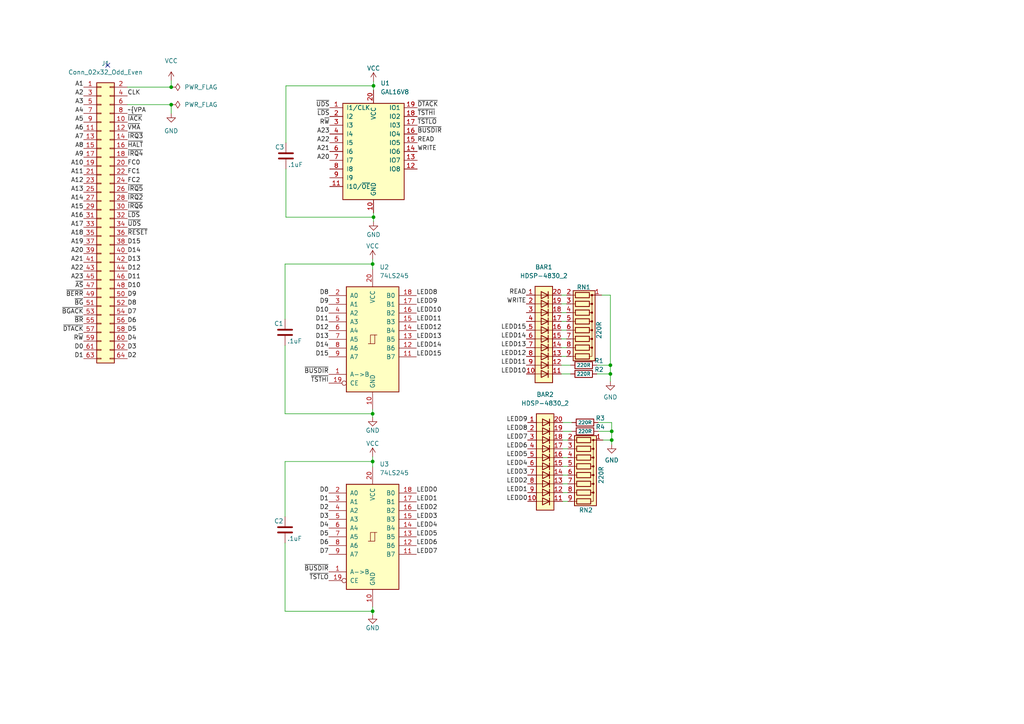
<source format=kicad_sch>
(kicad_sch (version 20211123) (generator eeschema)
  (paper "A4")
  (lib_symbols
    (symbol "74xx:74LS245" (pin_names (offset 1.016))
      (property "Reference" "U" (at -7.62 16.51 0))
      (property "Value" "74LS245" (at -7.62 -16.51 0))
      (symbol "74LS245_1_0"
        (polyline (pts (xy -0.635 -1.27) (xy -0.635 1.27) (xy 0.635 1.27)))
        (polyline (pts (xy -1.27 -1.27) (xy 0.635 -1.27) (xy 0.635 1.27) (xy 1.27 1.27)))
        (pin input line (at -12.7 -10.16 0) (length 5.08) (name "A->B") (number "1"))
        (pin power_in line (at 0 -20.32 90) (length 5.08) (name "GND") (number "10"))
        (pin tri_state line (at 12.7 -5.08 180) (length 5.08) (name "B7") (number "11"))
        (pin tri_state line (at 12.7 -2.54 180) (length 5.08) (name "B6") (number "12"))
        (pin tri_state line (at 12.7 0 180) (length 5.08) (name "B5") (number "13"))
        (pin tri_state line (at 12.7 2.54 180) (length 5.08) (name "B4") (number "14"))
        (pin tri_state line (at 12.7 5.08 180) (length 5.08) (name "B3") (number "15"))
        (pin tri_state line (at 12.7 7.62 180) (length 5.08) (name "B2") (number "16"))
        (pin tri_state line (at 12.7 10.16 180) (length 5.08) (name "B1") (number "17"))
        (pin tri_state line (at 12.7 12.7 180) (length 5.08) (name "B0") (number "18"))
        (pin input inverted (at -12.7 -12.7 0) (length 5.08) (name "CE") (number "19"))
        (pin tri_state line (at -12.7 12.7 0) (length 5.08) (name "A0") (number "2"))
        (pin power_in line (at 0 20.32 270) (length 5.08) (name "VCC") (number "20"))
        (pin tri_state line (at -12.7 10.16 0) (length 5.08) (name "A1") (number "3"))
        (pin tri_state line (at -12.7 7.62 0) (length 5.08) (name "A2") (number "4"))
        (pin tri_state line (at -12.7 5.08 0) (length 5.08) (name "A3") (number "5"))
        (pin tri_state line (at -12.7 2.54 0) (length 5.08) (name "A4") (number "6"))
        (pin tri_state line (at -12.7 0 0) (length 5.08) (name "A5") (number "7"))
        (pin tri_state line (at -12.7 -2.54 0) (length 5.08) (name "A6") (number "8"))
        (pin tri_state line (at -12.7 -5.08 0) (length 5.08) (name "A7") (number "9"))
      )
      (symbol "74LS245_1_1"
        (rectangle (start -7.62 15.24) (end 7.62 -15.24) (stroke (width 0.254)) (fill (type background)))
      )
    )
    (symbol "Connector_Generic:Conn_02x32_Odd_Even" (pin_names (offset 1.016) hide)
      (property "Reference" "J" (at 1.27 40.64 0))
      (property "Value" "Conn_02x32_Odd_Even" (at 1.27 -43.18 0))
      (symbol "Conn_02x32_Odd_Even_1_1"
        (rectangle (start -1.27 -40.513) (end 0 -40.767) (stroke (width 0.1524)))
        (rectangle (start -1.27 -37.973) (end 0 -38.227) (stroke (width 0.1524)))
        (rectangle (start -1.27 -35.433) (end 0 -35.687) (stroke (width 0.1524)))
        (rectangle (start -1.27 -32.893) (end 0 -33.147) (stroke (width 0.1524)))
        (rectangle (start -1.27 -30.353) (end 0 -30.607) (stroke (width 0.1524)))
        (rectangle (start -1.27 -27.813) (end 0 -28.067) (stroke (width 0.1524)))
        (rectangle (start -1.27 -25.273) (end 0 -25.527) (stroke (width 0.1524)))
        (rectangle (start -1.27 -22.733) (end 0 -22.987) (stroke (width 0.1524)))
        (rectangle (start -1.27 -20.193) (end 0 -20.447) (stroke (width 0.1524)))
        (rectangle (start -1.27 -17.653) (end 0 -17.907) (stroke (width 0.1524)))
        (rectangle (start -1.27 -15.113) (end 0 -15.367) (stroke (width 0.1524)))
        (rectangle (start -1.27 -12.573) (end 0 -12.827) (stroke (width 0.1524)))
        (rectangle (start -1.27 -10.033) (end 0 -10.287) (stroke (width 0.1524)))
        (rectangle (start -1.27 -7.493) (end 0 -7.747) (stroke (width 0.1524)))
        (rectangle (start -1.27 -4.953) (end 0 -5.207) (stroke (width 0.1524)))
        (rectangle (start -1.27 -2.413) (end 0 -2.667) (stroke (width 0.1524)))
        (rectangle (start -1.27 0.127) (end 0 -0.127) (stroke (width 0.1524)))
        (rectangle (start -1.27 2.667) (end 0 2.413) (stroke (width 0.1524)))
        (rectangle (start -1.27 5.207) (end 0 4.953) (stroke (width 0.1524)))
        (rectangle (start -1.27 7.747) (end 0 7.493) (stroke (width 0.1524)))
        (rectangle (start -1.27 10.287) (end 0 10.033) (stroke (width 0.1524)))
        (rectangle (start -1.27 12.827) (end 0 12.573) (stroke (width 0.1524)))
        (rectangle (start -1.27 15.367) (end 0 15.113) (stroke (width 0.1524)))
        (rectangle (start -1.27 17.907) (end 0 17.653) (stroke (width 0.1524)))
        (rectangle (start -1.27 20.447) (end 0 20.193) (stroke (width 0.1524)))
        (rectangle (start -1.27 22.987) (end 0 22.733) (stroke (width 0.1524)))
        (rectangle (start -1.27 25.527) (end 0 25.273) (stroke (width 0.1524)))
        (rectangle (start -1.27 28.067) (end 0 27.813) (stroke (width 0.1524)))
        (rectangle (start -1.27 30.607) (end 0 30.353) (stroke (width 0.1524)))
        (rectangle (start -1.27 33.147) (end 0 32.893) (stroke (width 0.1524)))
        (rectangle (start -1.27 35.687) (end 0 35.433) (stroke (width 0.1524)))
        (rectangle (start -1.27 38.227) (end 0 37.973) (stroke (width 0.1524)))
        (rectangle (start -1.27 39.37) (end 3.81 -41.91) (stroke (width 0.254)) (fill (type background)))
        (rectangle (start 3.81 -40.513) (end 2.54 -40.767) (stroke (width 0.1524)))
        (rectangle (start 3.81 -37.973) (end 2.54 -38.227) (stroke (width 0.1524)))
        (rectangle (start 3.81 -35.433) (end 2.54 -35.687) (stroke (width 0.1524)))
        (rectangle (start 3.81 -32.893) (end 2.54 -33.147) (stroke (width 0.1524)))
        (rectangle (start 3.81 -30.353) (end 2.54 -30.607) (stroke (width 0.1524)))
        (rectangle (start 3.81 -27.813) (end 2.54 -28.067) (stroke (width 0.1524)))
        (rectangle (start 3.81 -25.273) (end 2.54 -25.527) (stroke (width 0.1524)))
        (rectangle (start 3.81 -22.733) (end 2.54 -22.987) (stroke (width 0.1524)))
        (rectangle (start 3.81 -20.193) (end 2.54 -20.447) (stroke (width 0.1524)))
        (rectangle (start 3.81 -17.653) (end 2.54 -17.907) (stroke (width 0.1524)))
        (rectangle (start 3.81 -15.113) (end 2.54 -15.367) (stroke (width 0.1524)))
        (rectangle (start 3.81 -12.573) (end 2.54 -12.827) (stroke (width 0.1524)))
        (rectangle (start 3.81 -10.033) (end 2.54 -10.287) (stroke (width 0.1524)))
        (rectangle (start 3.81 -7.493) (end 2.54 -7.747) (stroke (width 0.1524)))
        (rectangle (start 3.81 -4.953) (end 2.54 -5.207) (stroke (width 0.1524)))
        (rectangle (start 3.81 -2.413) (end 2.54 -2.667) (stroke (width 0.1524)))
        (rectangle (start 3.81 0.127) (end 2.54 -0.127) (stroke (width 0.1524)))
        (rectangle (start 3.81 2.667) (end 2.54 2.413) (stroke (width 0.1524)))
        (rectangle (start 3.81 5.207) (end 2.54 4.953) (stroke (width 0.1524)))
        (rectangle (start 3.81 7.747) (end 2.54 7.493) (stroke (width 0.1524)))
        (rectangle (start 3.81 10.287) (end 2.54 10.033) (stroke (width 0.1524)))
        (rectangle (start 3.81 12.827) (end 2.54 12.573) (stroke (width 0.1524)))
        (rectangle (start 3.81 15.367) (end 2.54 15.113) (stroke (width 0.1524)))
        (rectangle (start 3.81 17.907) (end 2.54 17.653) (stroke (width 0.1524)))
        (rectangle (start 3.81 20.447) (end 2.54 20.193) (stroke (width 0.1524)))
        (rectangle (start 3.81 22.987) (end 2.54 22.733) (stroke (width 0.1524)))
        (rectangle (start 3.81 25.527) (end 2.54 25.273) (stroke (width 0.1524)))
        (rectangle (start 3.81 28.067) (end 2.54 27.813) (stroke (width 0.1524)))
        (rectangle (start 3.81 30.607) (end 2.54 30.353) (stroke (width 0.1524)))
        (rectangle (start 3.81 33.147) (end 2.54 32.893) (stroke (width 0.1524)))
        (rectangle (start 3.81 35.687) (end 2.54 35.433) (stroke (width 0.1524)))
        (rectangle (start 3.81 38.227) (end 2.54 37.973) (stroke (width 0.1524)))
        (pin passive line (at -5.08 38.1 0) (length 3.81) (name "Pin_1") (number "1"))
        (pin passive line (at 7.62 27.94 180) (length 3.81) (name "Pin_10") (number "10"))
        (pin passive line (at -5.08 25.4 0) (length 3.81) (name "Pin_11") (number "11"))
        (pin passive line (at 7.62 25.4 180) (length 3.81) (name "Pin_12") (number "12"))
        (pin passive line (at -5.08 22.86 0) (length 3.81) (name "Pin_13") (number "13"))
        (pin passive line (at 7.62 22.86 180) (length 3.81) (name "Pin_14") (number "14"))
        (pin passive line (at -5.08 20.32 0) (length 3.81) (name "Pin_15") (number "15"))
        (pin passive line (at 7.62 20.32 180) (length 3.81) (name "Pin_16") (number "16"))
        (pin passive line (at -5.08 17.78 0) (length 3.81) (name "Pin_17") (number "17"))
        (pin passive line (at 7.62 17.78 180) (length 3.81) (name "Pin_18") (number "18"))
        (pin passive line (at -5.08 15.24 0) (length 3.81) (name "Pin_19") (number "19"))
        (pin passive line (at 7.62 38.1 180) (length 3.81) (name "Pin_2") (number "2"))
        (pin passive line (at 7.62 15.24 180) (length 3.81) (name "Pin_20") (number "20"))
        (pin passive line (at -5.08 12.7 0) (length 3.81) (name "Pin_21") (number "21"))
        (pin passive line (at 7.62 12.7 180) (length 3.81) (name "Pin_22") (number "22"))
        (pin passive line (at -5.08 10.16 0) (length 3.81) (name "Pin_23") (number "23"))
        (pin passive line (at 7.62 10.16 180) (length 3.81) (name "Pin_24") (number "24"))
        (pin passive line (at -5.08 7.62 0) (length 3.81) (name "Pin_25") (number "25"))
        (pin passive line (at 7.62 7.62 180) (length 3.81) (name "Pin_26") (number "26"))
        (pin passive line (at -5.08 5.08 0) (length 3.81) (name "Pin_27") (number "27"))
        (pin passive line (at 7.62 5.08 180) (length 3.81) (name "Pin_28") (number "28"))
        (pin passive line (at -5.08 2.54 0) (length 3.81) (name "Pin_29") (number "29"))
        (pin passive line (at -5.08 35.56 0) (length 3.81) (name "Pin_3") (number "3"))
        (pin passive line (at 7.62 2.54 180) (length 3.81) (name "Pin_30") (number "30"))
        (pin passive line (at -5.08 0 0) (length 3.81) (name "Pin_31") (number "31"))
        (pin passive line (at 7.62 0 180) (length 3.81) (name "Pin_32") (number "32"))
        (pin passive line (at -5.08 -2.54 0) (length 3.81) (name "Pin_33") (number "33"))
        (pin passive line (at 7.62 -2.54 180) (length 3.81) (name "Pin_34") (number "34"))
        (pin passive line (at -5.08 -5.08 0) (length 3.81) (name "Pin_35") (number "35"))
        (pin passive line (at 7.62 -5.08 180) (length 3.81) (name "Pin_36") (number "36"))
        (pin passive line (at -5.08 -7.62 0) (length 3.81) (name "Pin_37") (number "37"))
        (pin passive line (at 7.62 -7.62 180) (length 3.81) (name "Pin_38") (number "38"))
        (pin passive line (at -5.08 -10.16 0) (length 3.81) (name "Pin_39") (number "39"))
        (pin passive line (at 7.62 35.56 180) (length 3.81) (name "Pin_4") (number "4"))
        (pin passive line (at 7.62 -10.16 180) (length 3.81) (name "Pin_40") (number "40"))
        (pin passive line (at -5.08 -12.7 0) (length 3.81) (name "Pin_41") (number "41"))
        (pin passive line (at 7.62 -12.7 180) (length 3.81) (name "Pin_42") (number "42"))
        (pin passive line (at -5.08 -15.24 0) (length 3.81) (name "Pin_43") (number "43"))
        (pin passive line (at 7.62 -15.24 180) (length 3.81) (name "Pin_44") (number "44"))
        (pin passive line (at -5.08 -17.78 0) (length 3.81) (name "Pin_45") (number "45"))
        (pin passive line (at 7.62 -17.78 180) (length 3.81) (name "Pin_46") (number "46"))
        (pin passive line (at -5.08 -20.32 0) (length 3.81) (name "Pin_47") (number "47"))
        (pin passive line (at 7.62 -20.32 180) (length 3.81) (name "Pin_48") (number "48"))
        (pin passive line (at -5.08 -22.86 0) (length 3.81) (name "Pin_49") (number "49"))
        (pin passive line (at -5.08 33.02 0) (length 3.81) (name "Pin_5") (number "5"))
        (pin passive line (at 7.62 -22.86 180) (length 3.81) (name "Pin_50") (number "50"))
        (pin passive line (at -5.08 -25.4 0) (length 3.81) (name "Pin_51") (number "51"))
        (pin passive line (at 7.62 -25.4 180) (length 3.81) (name "Pin_52") (number "52"))
        (pin passive line (at -5.08 -27.94 0) (length 3.81) (name "Pin_53") (number "53"))
        (pin passive line (at 7.62 -27.94 180) (length 3.81) (name "Pin_54") (number "54"))
        (pin passive line (at -5.08 -30.48 0) (length 3.81) (name "Pin_55") (number "55"))
        (pin passive line (at 7.62 -30.48 180) (length 3.81) (name "Pin_56") (number "56"))
        (pin passive line (at -5.08 -33.02 0) (length 3.81) (name "Pin_57") (number "57"))
        (pin passive line (at 7.62 -33.02 180) (length 3.81) (name "Pin_58") (number "58"))
        (pin passive line (at -5.08 -35.56 0) (length 3.81) (name "Pin_59") (number "59"))
        (pin passive line (at 7.62 33.02 180) (length 3.81) (name "Pin_6") (number "6"))
        (pin passive line (at 7.62 -35.56 180) (length 3.81) (name "Pin_60") (number "60"))
        (pin passive line (at -5.08 -38.1 0) (length 3.81) (name "Pin_61") (number "61"))
        (pin passive line (at 7.62 -38.1 180) (length 3.81) (name "Pin_62") (number "62"))
        (pin passive line (at -5.08 -40.64 0) (length 3.81) (name "Pin_63") (number "63"))
        (pin passive line (at 7.62 -40.64 180) (length 3.81) (name "Pin_64") (number "64"))
        (pin passive line (at -5.08 30.48 0) (length 3.81) (name "Pin_7") (number "7"))
        (pin passive line (at 7.62 30.48 180) (length 3.81) (name "Pin_8") (number "8"))
        (pin passive line (at -5.08 27.94 0) (length 3.81) (name "Pin_9") (number "9"))
      )
    )
    (symbol "Device:C" (pin_numbers hide) (pin_names (offset 0.254))
      (property "Reference" "C" (at 0.635 2.54 0))
      (property "Value" "C" (at 0.635 -2.54 0))
      (symbol "C_0_1"
        (polyline (pts (xy -2.032 -0.762) (xy 2.032 -0.762)) (stroke (width 0.508)))
        (polyline (pts (xy -2.032 0.762) (xy 2.032 0.762)) (stroke (width 0.508)))
      )
      (symbol "C_1_1"
        (pin passive line (at 0 3.81 270) (length 2.794) (name "~") (number "1"))
        (pin passive line (at 0 -3.81 90) (length 2.794) (name "~") (number "2"))
      )
    )
    (symbol "Device:R" (pin_numbers hide) (pin_names (offset 0))
      (property "Reference" "R" (at 2.032 0 90))
      (property "Value" "R" (at 0 0 90))
      (symbol "R_0_1"
        (rectangle (start -1.016 -2.54) (end 1.016 2.54) (stroke (width 0.254)))
      )
      (symbol "R_1_1"
        (pin passive line (at 0 3.81 270) (length 1.27) (name "~") (number "1"))
        (pin passive line (at 0 -3.81 90) (length 1.27) (name "~") (number "2"))
      )
    )
    (symbol "Device:R_Network08" (pin_names (offset 0) hide)
      (property "Reference" "RN" (at -12.7 0 90))
      (property "Value" "R_Network08" (at 10.16 0 90))
      (symbol "R_Network08_0_1"
        (rectangle (start -11.43 -3.175) (end 8.89 3.175) (stroke (width 0.254)) (fill (type background)))
        (rectangle (start -10.922 1.524) (end -9.398 -2.54) (stroke (width 0.254)))
        (circle (center -10.16 2.286) (radius 0.254) (fill (type outline)))
        (rectangle (start -8.382 1.524) (end -6.858 -2.54) (stroke (width 0.254)))
        (circle (center -7.62 2.286) (radius 0.254) (fill (type outline)))
        (rectangle (start -5.842 1.524) (end -4.318 -2.54) (stroke (width 0.254)))
        (circle (center -5.08 2.286) (radius 0.254) (fill (type outline)))
        (rectangle (start -3.302 1.524) (end -1.778 -2.54) (stroke (width 0.254)))
        (circle (center -2.54 2.286) (radius 0.254) (fill (type outline)))
        (rectangle (start -0.762 1.524) (end 0.762 -2.54) (stroke (width 0.254)))
        (polyline (pts (xy -10.16 -2.54) (xy -10.16 -3.81)))
        (polyline (pts (xy -7.62 -2.54) (xy -7.62 -3.81)))
        (polyline (pts (xy -5.08 -2.54) (xy -5.08 -3.81)))
        (polyline (pts (xy -2.54 -2.54) (xy -2.54 -3.81)))
        (polyline (pts (xy 0 -2.54) (xy 0 -3.81)))
        (polyline (pts (xy 2.54 -2.54) (xy 2.54 -3.81)))
        (polyline (pts (xy 5.08 -2.54) (xy 5.08 -3.81)))
        (polyline (pts (xy 7.62 -2.54) (xy 7.62 -3.81)))
        (polyline (pts (xy -10.16 1.524) (xy -10.16 2.286) (xy -7.62 2.286) (xy -7.62 1.524)))
        (polyline (pts (xy -7.62 1.524) (xy -7.62 2.286) (xy -5.08 2.286) (xy -5.08 1.524)))
        (polyline (pts (xy -5.08 1.524) (xy -5.08 2.286) (xy -2.54 2.286) (xy -2.54 1.524)))
        (polyline (pts (xy -2.54 1.524) (xy -2.54 2.286) (xy 0 2.286) (xy 0 1.524)))
        (polyline (pts (xy 0 1.524) (xy 0 2.286) (xy 2.54 2.286) (xy 2.54 1.524)))
        (polyline (pts (xy 2.54 1.524) (xy 2.54 2.286) (xy 5.08 2.286) (xy 5.08 1.524)))
        (polyline (pts (xy 5.08 1.524) (xy 5.08 2.286) (xy 7.62 2.286) (xy 7.62 1.524)))
        (circle (center 0 2.286) (radius 0.254) (fill (type outline)))
        (rectangle (start 1.778 1.524) (end 3.302 -2.54) (stroke (width 0.254)))
        (circle (center 2.54 2.286) (radius 0.254) (fill (type outline)))
        (rectangle (start 4.318 1.524) (end 5.842 -2.54) (stroke (width 0.254)))
        (circle (center 5.08 2.286) (radius 0.254) (fill (type outline)))
        (rectangle (start 6.858 1.524) (end 8.382 -2.54) (stroke (width 0.254)))
      )
      (symbol "R_Network08_1_1"
        (pin passive line (at -10.16 5.08 270) (length 2.54) (name "common") (number "1"))
        (pin passive line (at -10.16 -5.08 90) (length 1.27) (name "R1") (number "2"))
        (pin passive line (at -7.62 -5.08 90) (length 1.27) (name "R2") (number "3"))
        (pin passive line (at -5.08 -5.08 90) (length 1.27) (name "R3") (number "4"))
        (pin passive line (at -2.54 -5.08 90) (length 1.27) (name "R4") (number "5"))
        (pin passive line (at 0 -5.08 90) (length 1.27) (name "R5") (number "6"))
        (pin passive line (at 2.54 -5.08 90) (length 1.27) (name "R6") (number "7"))
        (pin passive line (at 5.08 -5.08 90) (length 1.27) (name "R7") (number "8"))
        (pin passive line (at 7.62 -5.08 90) (length 1.27) (name "R8") (number "9"))
      )
    )
    (symbol "LED:HDSP-4830_2" (pin_names (offset 1.016) hide)
      (property "Reference" "BAR" (at 0 15.24 0))
      (property "Value" "HDSP-4830_2" (at 0 -17.78 0))
      (symbol "HDSP-4830_2_0_1"
        (rectangle (start -2.54 12.7) (end 2.54 -15.24) (stroke (width 0.254)) (fill (type background)))
        (polyline (pts (xy -2.54 -12.7) (xy 2.54 -12.7)))
        (polyline (pts (xy -2.54 -10.16) (xy 2.54 -10.16)))
        (polyline (pts (xy -2.54 -7.62) (xy 2.54 -7.62)))
        (polyline (pts (xy -2.54 -5.08) (xy 2.54 -5.08)))
        (polyline (pts (xy -2.54 0) (xy 2.54 0)))
        (polyline (pts (xy -2.54 5.08) (xy 2.54 5.08)))
        (polyline (pts (xy -2.54 7.62) (xy 2.54 7.62)))
        (polyline (pts (xy -2.54 10.16) (xy 2.54 10.16)))
        (polyline (pts (xy 1.27 -11.684) (xy 1.27 -13.716)) (stroke (width 0.254)))
        (polyline (pts (xy 1.27 -9.144) (xy 1.27 -11.176)) (stroke (width 0.254)))
        (polyline (pts (xy 1.27 -6.604) (xy 1.27 -8.636)) (stroke (width 0.254)))
        (polyline (pts (xy 1.27 -4.064) (xy 1.27 -6.096)) (stroke (width 0.254)))
        (polyline (pts (xy 1.27 -1.524) (xy 1.27 -3.556)) (stroke (width 0.254)))
        (polyline (pts (xy 1.27 1.016) (xy 1.27 -1.016)) (stroke (width 0.254)))
        (polyline (pts (xy 1.27 3.556) (xy 1.27 1.524)) (stroke (width 0.254)))
        (polyline (pts (xy 1.27 6.096) (xy 1.27 4.064)) (stroke (width 0.254)))
        (polyline (pts (xy 1.27 8.636) (xy 1.27 6.604)) (stroke (width 0.254)))
        (polyline (pts (xy 1.27 11.176) (xy 1.27 9.144)) (stroke (width 0.254)))
        (polyline (pts (xy 2.54 -2.54) (xy -2.54 -2.54)))
        (polyline (pts (xy 2.54 2.54) (xy -2.54 2.54)))
        (polyline (pts (xy -0.762 -11.684) (xy -0.762 -13.716) (xy 1.27 -12.7) (xy -0.762 -11.684)) (stroke (width 0.254)))
        (polyline (pts (xy -0.762 -9.144) (xy -0.762 -11.176) (xy 1.27 -10.16) (xy -0.762 -9.144)) (stroke (width 0.254)))
        (polyline (pts (xy -0.762 -6.604) (xy -0.762 -8.636) (xy 1.27 -7.62) (xy -0.762 -6.604)) (stroke (width 0.254)))
        (polyline (pts (xy -0.762 -4.064) (xy -0.762 -6.096) (xy 1.27 -5.08) (xy -0.762 -4.064)) (stroke (width 0.254)))
        (polyline (pts (xy -0.762 -1.524) (xy -0.762 -3.556) (xy 1.27 -2.54) (xy -0.762 -1.524)) (stroke (width 0.254)))
        (polyline (pts (xy -0.762 1.016) (xy -0.762 -1.016) (xy 1.27 0) (xy -0.762 1.016)) (stroke (width 0.254)))
        (polyline (pts (xy -0.762 3.556) (xy -0.762 1.524) (xy 1.27 2.54) (xy -0.762 3.556)) (stroke (width 0.254)))
        (polyline (pts (xy -0.762 6.096) (xy -0.762 4.064) (xy 1.27 5.08) (xy -0.762 6.096)) (stroke (width 0.254)))
        (polyline (pts (xy -0.762 8.636) (xy -0.762 6.604) (xy 1.27 7.62) (xy -0.762 8.636)) (stroke (width 0.254)))
        (polyline (pts (xy -0.762 11.176) (xy -0.762 9.144) (xy 1.27 10.16) (xy -0.762 11.176)) (stroke (width 0.254)))
      )
      (symbol "HDSP-4830_2_1_1"
        (pin passive line (at -5.08 10.16 0) (length 2.54) (name "A") (number "1"))
        (pin passive line (at -5.08 -12.7 0) (length 2.54) (name "A") (number "10"))
        (pin passive line (at 5.08 -12.7 180) (length 2.54) (name "K") (number "11"))
        (pin passive line (at 5.08 -10.16 180) (length 2.54) (name "K") (number "12"))
        (pin passive line (at 5.08 -7.62 180) (length 2.54) (name "K") (number "13"))
        (pin passive line (at 5.08 -5.08 180) (length 2.54) (name "K") (number "14"))
        (pin passive line (at 5.08 -2.54 180) (length 2.54) (name "K") (number "15"))
        (pin passive line (at 5.08 0 180) (length 2.54) (name "K") (number "16"))
        (pin passive line (at 5.08 2.54 180) (length 2.54) (name "K") (number "17"))
        (pin passive line (at 5.08 5.08 180) (length 2.54) (name "K") (number "18"))
        (pin passive line (at 5.08 7.62 180) (length 2.54) (name "K") (number "19"))
        (pin passive line (at -5.08 7.62 0) (length 2.54) (name "A") (number "2"))
        (pin passive line (at 5.08 10.16 180) (length 2.54) (name "K") (number "20"))
        (pin passive line (at -5.08 5.08 0) (length 2.54) (name "A") (number "3"))
        (pin passive line (at -5.08 2.54 0) (length 2.54) (name "A") (number "4"))
        (pin passive line (at -5.08 0 0) (length 2.54) (name "A") (number "5"))
        (pin passive line (at -5.08 -2.54 0) (length 2.54) (name "A") (number "6"))
        (pin passive line (at -5.08 -5.08 0) (length 2.54) (name "A") (number "7"))
        (pin passive line (at -5.08 -7.62 0) (length 2.54) (name "A") (number "8"))
        (pin passive line (at -5.08 -10.16 0) (length 2.54) (name "A") (number "9"))
      )
    )
    (symbol "Logic_Programmable:GAL16V8" (pin_names (offset 1.016))
      (property "Reference" "U" (at -8.89 16.51 0))
      (property "Value" "GAL16V8" (at 1.27 16.51 0))
      (symbol "GAL16V8_0_0"
        (pin power_in line (at 0 -17.78 90) (length 3.81) (name "GND") (number "10"))
        (pin power_in line (at 0 17.78 270) (length 3.81) (name "VCC") (number "20"))
      )
      (symbol "GAL16V8_0_1"
        (rectangle (start -8.89 13.97) (end 8.89 -13.97) (stroke (width 0.254)) (fill (type background)))
      )
      (symbol "GAL16V8_1_1"
        (pin input line (at -12.7 12.7 0) (length 3.81) (name "I1/CLK") (number "1"))
        (pin input line (at -12.7 -10.16 0) (length 3.81) (name "I10/~{OE}") (number "11"))
        (pin tri_state line (at 12.7 -5.08 180) (length 3.81) (name "IO8") (number "12"))
        (pin tri_state line (at 12.7 -2.54 180) (length 3.81) (name "IO7") (number "13"))
        (pin tri_state line (at 12.7 0 180) (length 3.81) (name "IO6") (number "14"))
        (pin tri_state line (at 12.7 2.54 180) (length 3.81) (name "IO5") (number "15"))
        (pin tri_state line (at 12.7 5.08 180) (length 3.81) (name "IO4") (number "16"))
        (pin tri_state line (at 12.7 7.62 180) (length 3.81) (name "I03") (number "17"))
        (pin tri_state line (at 12.7 10.16 180) (length 3.81) (name "IO2") (number "18"))
        (pin tri_state line (at 12.7 12.7 180) (length 3.81) (name "IO1") (number "19"))
        (pin input line (at -12.7 10.16 0) (length 3.81) (name "I2") (number "2"))
        (pin input line (at -12.7 7.62 0) (length 3.81) (name "I3") (number "3"))
        (pin input line (at -12.7 5.08 0) (length 3.81) (name "I4") (number "4"))
        (pin input line (at -12.7 2.54 0) (length 3.81) (name "I5") (number "5"))
        (pin input line (at -12.7 0 0) (length 3.81) (name "I6") (number "6"))
        (pin input line (at -12.7 -2.54 0) (length 3.81) (name "I7") (number "7"))
        (pin input line (at -12.7 -5.08 0) (length 3.81) (name "I8") (number "8"))
        (pin input line (at -12.7 -7.62 0) (length 3.81) (name "I9") (number "9"))
      )
    )
    (symbol "power:GND" (power) (pin_names (offset 0))
      (property "Value" "GND" (at 0 -3.81 0))
      (symbol "GND_0_1"
        (polyline (pts (xy 0 0) (xy 0 -1.27) (xy 1.27 -1.27) (xy 0 -2.54) (xy -1.27 -1.27) (xy 0 -1.27)))
      )
      (symbol "GND_1_1"
        (pin power_in line (at 0 0 270) (length 0) hide (name "GND") (number "1"))
      )
    )
    (symbol "power:PWR_FLAG" (power) (pin_numbers hide) (pin_names (offset 0) hide)
      (property "Value" "PWR_FLAG" (at 0 3.81 0))
      (symbol "PWR_FLAG_0_0"
        (pin power_out line (at 0 0 90) (length 0) (name "pwr") (number "1"))
      )
      (symbol "PWR_FLAG_0_1"
        (polyline (pts (xy 0 0) (xy 0 1.27) (xy -1.016 1.905) (xy 0 2.54) (xy 1.016 1.905) (xy 0 1.27)))
      )
    )
    (symbol "power:VCC" (power) (pin_names (offset 0))
      (property "Value" "VCC" (at 0 3.81 0))
      (symbol "VCC_0_1"
        (polyline (pts (xy -0.762 1.27) (xy 0 2.54)))
        (polyline (pts (xy 0 0) (xy 0 2.54)))
        (polyline (pts (xy 0 2.54) (xy 0.762 1.27)))
      )
      (symbol "VCC_1_1"
        (pin power_in line (at 0 0 90) (length 0) hide (name "VCC") (number "1"))
      )
    )
  )
  (junction (at 49.657 30.353))
  (junction (at 177.419 125.095))
  (junction (at 177.038 108.458))
  (junction (at 108.331 62.992))
  (junction (at 177.419 127.635))
  (junction (at 108.077 76.581))
  (junction (at 108.331 24.892))
  (junction (at 108.077 120.015))
  (junction (at 108.077 133.858))
  (junction (at 177.038 105.918))
  (junction (at 49.657 25.273))
  (junction (at 108.077 177.292))
  (no_connect (at 31.242 18.923))
  (wire (pts (xy 108.077 132.461) (xy 108.077 133.858)))
  (wire (pts (xy 82.677 133.858) (xy 108.077 133.858)))
  (wire (pts (xy 163.195 122.555) (xy 165.862 122.555)))
  (wire (pts (xy 82.677 157.48) (xy 82.677 177.292)))
  (wire (pts (xy 162.814 88.138) (xy 164.338 88.138)))
  (wire (pts (xy 163.195 132.715) (xy 164.719 132.715)))
  (wire (pts (xy 108.331 23.622) (xy 108.331 24.892)))
  (wire (pts (xy 108.077 75.184) (xy 108.077 76.581)))
  (wire (pts (xy 108.077 176.022) (xy 108.077 177.292)))
  (wire (pts (xy 163.195 127.635) (xy 164.719 127.635)))
  (wire (pts (xy 108.077 118.745) (xy 108.077 120.015)))
  (wire (pts (xy 82.677 76.581) (xy 82.677 92.583)))
  (wire (pts (xy 82.677 177.292) (xy 108.077 177.292)))
  (wire (pts (xy 108.077 76.581) (xy 108.077 78.105)))
  (wire (pts (xy 49.657 23.368) (xy 49.657 25.273)))
  (wire (pts (xy 163.195 137.795) (xy 164.719 137.795)))
  (wire (pts (xy 163.195 145.415) (xy 164.719 145.415)))
  (wire (pts (xy 162.814 98.298) (xy 164.338 98.298)))
  (wire (pts (xy 162.814 100.838) (xy 164.338 100.838)))
  (wire (pts (xy 162.814 93.218) (xy 164.338 93.218)))
  (wire (pts (xy 173.482 122.555) (xy 177.419 122.555)))
  (wire (pts (xy 36.957 25.273) (xy 49.657 25.273)))
  (wire (pts (xy 162.814 103.378) (xy 164.338 103.378)))
  (wire (pts (xy 177.419 125.095) (xy 177.419 127.635)))
  (wire (pts (xy 174.498 85.598) (xy 177.038 85.598)))
  (wire (pts (xy 173.482 125.095) (xy 177.419 125.095)))
  (wire (pts (xy 177.419 122.555) (xy 177.419 125.095)))
  (wire (pts (xy 82.931 49.022) (xy 82.931 62.992)))
  (wire (pts (xy 162.814 108.458) (xy 165.481 108.458)))
  (wire (pts (xy 174.879 127.635) (xy 177.419 127.635)))
  (wire (pts (xy 177.038 85.598) (xy 177.038 105.918)))
  (wire (pts (xy 163.195 142.875) (xy 164.719 142.875)))
  (wire (pts (xy 82.677 100.203) (xy 82.677 120.015)))
  (wire (pts (xy 108.077 177.292) (xy 108.077 178.308)))
  (wire (pts (xy 82.931 24.892) (xy 82.931 41.402)))
  (wire (pts (xy 163.195 140.335) (xy 164.719 140.335)))
  (wire (pts (xy 163.195 125.095) (xy 165.862 125.095)))
  (wire (pts (xy 36.957 30.353) (xy 49.657 30.353)))
  (wire (pts (xy 108.077 120.015) (xy 108.077 121.031)))
  (wire (pts (xy 82.677 120.015) (xy 108.077 120.015)))
  (wire (pts (xy 162.814 95.758) (xy 164.338 95.758)))
  (wire (pts (xy 108.331 62.992) (xy 108.331 64.262)))
  (wire (pts (xy 82.931 24.892) (xy 108.331 24.892)))
  (wire (pts (xy 173.101 105.918) (xy 177.038 105.918)))
  (wire (pts (xy 108.077 133.858) (xy 108.077 135.382)))
  (wire (pts (xy 162.814 105.918) (xy 165.481 105.918)))
  (wire (pts (xy 177.038 108.458) (xy 177.038 110.617)))
  (wire (pts (xy 163.195 130.175) (xy 164.719 130.175)))
  (wire (pts (xy 82.677 76.581) (xy 108.077 76.581)))
  (wire (pts (xy 173.101 108.458) (xy 177.038 108.458)))
  (wire (pts (xy 177.038 105.918) (xy 177.038 108.458)))
  (wire (pts (xy 108.331 24.892) (xy 108.331 26.162)))
  (wire (pts (xy 163.195 135.255) (xy 164.719 135.255)))
  (wire (pts (xy 82.931 62.992) (xy 108.331 62.992)))
  (wire (pts (xy 177.419 127.635) (xy 177.419 128.905)))
  (wire (pts (xy 82.677 133.858) (xy 82.677 149.86)))
  (wire (pts (xy 162.814 90.678) (xy 164.338 90.678)))
  (wire (pts (xy 108.331 61.722) (xy 108.331 62.992)))
  (wire (pts (xy 49.657 30.353) (xy 49.657 32.893)))
  (wire (pts (xy 162.814 85.598) (xy 164.338 85.598)))
  (label "~{BERR}" (at 24.257 86.233 180))
  (label "A20" (at 24.257 73.533 180))
  (label "A22" (at 24.257 78.613 180))
  (label "D2" (at 95.377 148.082 180))
  (label "D4" (at 95.377 153.162 180))
  (label "~{VPA" (at 36.957 32.893 0))
  (label "D3" (at 95.377 150.622 180))
  (label "D15" (at 95.377 103.505 180))
  (label "LEDD10" (at 120.777 90.805 0))
  (label "D12" (at 36.957 78.613 0))
  (label "~{DTACK}" (at 121.031 31.242 0))
  (label "~{LDS}" (at 95.631 33.782 180))
  (label "D5" (at 95.377 155.702 180))
  (label "D7" (at 95.377 160.782 180))
  (label "D13" (at 36.957 76.073 0))
  (label "LEDD12" (at 120.777 95.885 0))
  (label "A22" (at 95.631 41.402 180))
  (label "LEDD4" (at 153.035 135.255 180))
  (label "LEDD14" (at 152.654 98.298 180))
  (label "D14" (at 36.957 73.533 0))
  (label "LEDD7" (at 153.035 127.635 180))
  (label "LEDD5" (at 120.777 155.702 0))
  (label "~{UDS}" (at 36.957 65.913 0))
  (label "D3" (at 36.957 101.473 0))
  (label "LEDD2" (at 120.777 148.082 0))
  (label "CLK" (at 36.957 27.813 0))
  (label "A7" (at 24.257 40.513 180))
  (label "~{HALT}" (at 36.957 43.053 0))
  (label "R~{W}" (at 24.257 98.933 180))
  (label "~{DTACK}" (at 24.257 96.393 180))
  (label "D8" (at 36.957 88.773 0))
  (label "D14" (at 95.377 100.965 180))
  (label "~{IRQ3}" (at 36.957 40.513 0))
  (label "LEDD8" (at 153.035 125.095 180))
  (label "A12" (at 24.257 53.213 180))
  (label "FC2" (at 36.957 53.213 0))
  (label "D12" (at 95.377 95.885 180))
  (label "A8" (at 24.257 43.053 180))
  (label "D0" (at 24.257 101.473 180))
  (label "LEDD15" (at 152.654 95.758 180))
  (label "A4" (at 24.257 32.893 180))
  (label "D13" (at 95.377 98.425 180))
  (label "READ" (at 152.654 85.598 180))
  (label "A2" (at 24.257 27.813 180))
  (label "LEDD13" (at 152.654 100.838 180))
  (label "~{BGACK}" (at 24.257 91.313 180))
  (label "D15" (at 36.957 70.993 0))
  (label "LEDD15" (at 120.777 103.505 0))
  (label "A16" (at 24.257 63.373 180))
  (label "LEDD6" (at 120.777 158.242 0))
  (label "LEDD0" (at 120.777 143.002 0))
  (label "~{IRQ5}" (at 36.957 55.753 0))
  (label "LEDD7" (at 120.777 160.782 0))
  (label "LEDD13" (at 120.777 98.425 0))
  (label "~{BG}" (at 24.257 88.773 180))
  (label "A17" (at 24.257 65.913 180))
  (label "~{IRQ6}" (at 36.957 60.833 0))
  (label "LEDD12" (at 152.654 103.378 180))
  (label "~{LDS}" (at 36.957 63.373 0))
  (label "R~{W}" (at 95.631 36.322 180))
  (label "LEDD3" (at 120.777 150.622 0))
  (label "LEDD3" (at 153.035 137.795 180))
  (label "WRITE" (at 152.654 88.138 180))
  (label "D9" (at 36.957 86.233 0))
  (label "~{RESET}" (at 36.957 68.453 0))
  (label "~{VMA}" (at 36.957 37.973 0))
  (label "D9" (at 95.377 88.265 180))
  (label "LEDD6" (at 153.035 130.175 180))
  (label "D10" (at 95.377 90.805 180))
  (label "D6" (at 95.377 158.242 180))
  (label "A21" (at 95.631 43.942 180))
  (label "~{IRQ4}" (at 36.957 45.593 0))
  (label "D10" (at 36.957 83.693 0))
  (label "~{TSTHI}" (at 95.377 111.125 180))
  (label "~{TSTHI}" (at 121.031 33.782 0))
  (label "~{BUSDIR}" (at 95.377 108.585 180))
  (label "A15" (at 24.257 60.833 180))
  (label "~{TSTLO}" (at 121.031 36.322 0))
  (label "LEDD14" (at 120.777 100.965 0))
  (label "A19" (at 24.257 70.993 180))
  (label "FC1" (at 36.957 50.673 0))
  (label "~{UDS}" (at 95.631 31.242 180))
  (label "LEDD10" (at 152.654 108.458 180))
  (label "D6" (at 36.957 93.853 0))
  (label "~{IACK}" (at 36.957 35.433 0))
  (label "LEDD1" (at 120.777 145.542 0))
  (label "LEDD1" (at 153.035 142.875 180))
  (label "A11" (at 24.257 50.673 180))
  (label "~{BUSDIR}" (at 95.377 165.862 180))
  (label "~{BUSDIR}" (at 121.031 38.862 0))
  (label "D8" (at 95.377 85.725 180))
  (label "LEDD11" (at 120.777 93.345 0))
  (label "A1" (at 24.257 25.273 180))
  (label "A6" (at 24.257 37.973 180))
  (label "A23" (at 24.257 81.153 180))
  (label "A3" (at 24.257 30.353 180))
  (label "A13" (at 24.257 55.753 180))
  (label "~{AS}" (at 24.257 83.693 180))
  (label "~{IRQ2}" (at 36.957 58.293 0))
  (label "LEDD0" (at 153.035 145.415 180))
  (label "A23" (at 95.631 38.862 180))
  (label "LEDD5" (at 153.035 132.715 180))
  (label "A18" (at 24.257 68.453 180))
  (label "D11" (at 36.957 81.153 0))
  (label "D2" (at 36.957 104.013 0))
  (label "FC0" (at 36.957 48.133 0))
  (label "A10" (at 24.257 48.133 180))
  (label "LEDD9" (at 120.777 88.265 0))
  (label "LEDD11" (at 152.654 105.918 180))
  (label "LEDD9" (at 153.035 122.555 180))
  (label "A21" (at 24.257 76.073 180))
  (label "D5" (at 36.957 96.393 0))
  (label "A9" (at 24.257 45.593 180))
  (label "WRITE" (at 121.031 43.942 0))
  (label "D7" (at 36.957 91.313 0))
  (label "D4" (at 36.957 98.933 0))
  (label "~{TSTLO}" (at 95.377 168.402 180))
  (label "A20" (at 95.631 46.482 180))
  (label "LEDD2" (at 153.035 140.335 180))
  (label "READ" (at 121.031 41.402 0))
  (label "~{BR}" (at 24.257 93.853 180))
  (label "D0" (at 95.377 143.002 180))
  (label "D11" (at 95.377 93.345 180))
  (label "LEDD4" (at 120.777 153.162 0))
  (label "D1" (at 24.257 104.013 180))
  (label "LEDD8" (at 120.777 85.725 0))
  (label "A5" (at 24.257 35.433 180))
  (label "D1" (at 95.377 145.542 180))
  (label "A14" (at 24.257 58.293 180))
  (symbol (lib_id "Device:C") (at 82.677 153.67 0) (unit 1)
    (property "Reference" "C2" (at 79.502 151.13 0) (effects (justify left)))
    (property "Value" ".1uF" (at 83.312 156.21 0) (effects (justify left)))
    (property "Footprint" "Capacitor_THT:C_Disc_D3.4mm_W2.1mm_P2.50mm" (effects hide))
  )
  (symbol (lib_id "power:PWR_FLAG") (at 49.657 30.353 270) (unit 1)
    (property "Reference" "#FLG02" (effects hide))
    (property "Value" "PWR_FLAG" (at 53.467 30.3529 90) (effects (justify left)))
  )
  (symbol (lib_id "Device:R") (at 169.291 105.918 270) (unit 1)
    (property "Reference" "R1" (at 173.736 104.648 90))
    (property "Value" "220R" (at 169.291 105.918 90) (effects (font (size 1 1))))
    (property "Footprint" "Resistor_THT:R_Axial_DIN0207_L6.3mm_D2.5mm_P7.62mm_Horizontal" (effects hide))
  )
  (symbol (lib_id "Device:R") (at 169.672 125.095 270) (unit 1)
    (property "Reference" "R4" (at 174.117 123.825 90))
    (property "Value" "220R" (at 169.672 125.095 90) (effects (font (size 1 1))))
    (property "Footprint" "Resistor_THT:R_Axial_DIN0207_L6.3mm_D2.5mm_P7.62mm_Horizontal" (effects hide))
  )
  (symbol (lib_id "Device:R") (at 169.672 122.555 270) (unit 1)
    (property "Reference" "R3" (at 174.117 121.285 90))
    (property "Value" "220R" (at 169.672 122.555 90) (effects (font (size 1 1))))
    (property "Footprint" "Resistor_THT:R_Axial_DIN0207_L6.3mm_D2.5mm_P7.62mm_Horizontal" (effects hide))
  )
  (symbol (lib_id "Logic_Programmable:GAL16V8") (at 108.331 43.942 0) (unit 1)
    (property "Reference" "U1" (at 110.3504 24.13 0) (effects (justify left)))
    (property "Value" "GAL16V8" (at 110.3504 26.67 0) (effects (justify left)))
  )
  (symbol (lib_id "power:GND") (at 108.077 178.308 0) (unit 1)
    (property "Reference" "#PWR06" (effects hide))
    (property "Value" "GND" (at 108.077 182.118 0))
  )
  (symbol (lib_id "Device:R") (at 169.291 108.458 270) (unit 1)
    (property "Reference" "R2" (at 173.736 107.188 90))
    (property "Value" "220R" (at 169.291 108.458 90) (effects (font (size 1 1))))
    (property "Footprint" "Resistor_THT:R_Axial_DIN0207_L6.3mm_D2.5mm_P7.62mm_Horizontal" (effects hide))
  )
  (symbol (lib_id "Device:R_Network08") (at 169.799 137.795 270) (unit 1)
    (property "Reference" "RN2" (at 169.926 147.955 90))
    (property "Value" "220R" (at 174.371 137.795 0))
    (property "Footprint" "Resistor_THT:R_Array_SIP9" (effects hide))
    (property "Datasheet" "http://www.vishay.com/docs/31509/csc.pdf" (effects hide))
  )
  (symbol (lib_id "power:GND") (at 177.038 110.617 0) (unit 1)
    (property "Reference" "#PWR09" (effects hide))
    (property "Value" "GND" (at 177.038 115.189 0))
  )
  (symbol (lib_id "Device:C") (at 82.931 45.212 0) (unit 1)
    (property "Reference" "C3" (at 79.756 42.672 0) (effects (justify left)))
    (property "Value" ".1uF" (at 83.566 47.752 0) (effects (justify left)))
    (property "Footprint" "Capacitor_THT:C_Disc_D3.4mm_W2.1mm_P2.50mm" (effects hide))
  )
  (symbol (lib_id "power:GND") (at 177.419 128.905 0) (unit 1)
    (property "Reference" "#PWR010" (effects hide))
    (property "Value" "GND" (at 177.419 133.477 0))
  )
  (symbol (lib_id "LED:HDSP-4830_2") (at 158.115 132.715 0) (unit 1)
    (property "Reference" "BAR2" (at 158.115 114.427 0))
    (property "Value" "HDSP-4830_2" (at 158.115 116.967 0))
    (property "Footprint" "Display:HDSP-4830" (effects hide))
    (property "Datasheet" "https://docs.broadcom.com/docs/AV02-1798EN" (effects hide))
  )
  (symbol (lib_id "LED:HDSP-4830_2") (at 157.734 95.758 0) (unit 1)
    (property "Reference" "BAR1" (at 157.734 77.47 0))
    (property "Value" "HDSP-4830_2" (at 157.734 80.01 0))
    (property "Footprint" "Display:HDSP-4830" (effects hide))
    (property "Datasheet" "https://docs.broadcom.com/docs/AV02-1798EN" (effects hide))
  )
  (symbol (lib_id "Device:R_Network08") (at 169.418 95.758 270) (unit 1)
    (property "Reference" "RN1" (at 169.291 83.312 90))
    (property "Value" "220R" (at 173.736 95.758 0))
    (property "Footprint" "Resistor_THT:R_Array_SIP9" (effects hide))
    (property "Datasheet" "http://www.vishay.com/docs/31509/csc.pdf" (effects hide))
  )
  (symbol (lib_id "power:PWR_FLAG") (at 49.657 25.273 270) (unit 1)
    (property "Reference" "#FLG01" (effects hide))
    (property "Value" "PWR_FLAG" (at 53.467 25.2729 90) (effects (justify left)))
  )
  (symbol (lib_id "power:VCC") (at 108.077 132.461 0) (unit 1)
    (property "Reference" "#PWR05" (effects hide))
    (property "Value" "VCC" (at 108.077 128.651 0))
  )
  (symbol (lib_id "power:GND") (at 49.657 32.893 0) (unit 1)
    (property "Reference" "#PWR02" (effects hide))
    (property "Value" "GND" (at 49.657 37.973 0))
  )
  (symbol (lib_id "power:VCC") (at 108.077 75.184 0) (unit 1)
    (property "Reference" "#PWR03" (effects hide))
    (property "Value" "VCC" (at 108.077 71.374 0))
  )
  (symbol (lib_id "Device:C") (at 82.677 96.393 0) (unit 1)
    (property "Reference" "C1" (at 79.502 93.853 0) (effects (justify left)))
    (property "Value" ".1uF" (at 83.312 98.933 0) (effects (justify left)))
    (property "Footprint" "Capacitor_THT:C_Disc_D3.4mm_W2.1mm_P2.50mm" (effects hide))
  )
  (symbol (lib_id "power:GND") (at 108.077 121.031 0) (unit 1)
    (property "Reference" "#PWR04" (effects hide))
    (property "Value" "GND" (at 108.077 124.841 0))
  )
  (symbol (lib_id "74xx:74LS245") (at 108.077 98.425 0) (unit 1)
    (property "Reference" "U2" (at 110.0964 77.47 0) (effects (justify left)))
    (property "Value" "74LS245" (at 110.0964 80.01 0) (effects (justify left)))
    (property "Datasheet" "http://www.ti.com/lit/gpn/sn74LS245" (effects hide))
  )
  (symbol (lib_id "Connector_Generic:Conn_02x32_Odd_Even") (at 29.337 63.373 0) (unit 1)
    (property "Reference" "J1" (at 30.607 18.415 0))
    (property "Value" "Conn_02x32_Odd_Even" (at 30.607 20.955 0))
    (property "Footprint" "Connector_PinHeader_2.54mm:PinHeader_2x32_P2.54mm_Horizontal" (effects hide))
  )
  (symbol (lib_id "power:VCC") (at 49.657 23.368 0) (unit 1)
    (property "Reference" "#PWR01" (effects hide))
    (property "Value" "VCC" (at 49.657 17.653 0))
  )
  (symbol (lib_id "74xx:74LS245") (at 108.077 155.702 0) (unit 1)
    (property "Reference" "U3" (at 110.0964 134.62 0) (effects (justify left)))
    (property "Value" "74LS245" (at 110.0964 137.16 0) (effects (justify left)))
    (property "Datasheet" "http://www.ti.com/lit/gpn/sn74LS245" (effects hide))
  )
  (symbol (lib_id "power:GND") (at 108.331 64.262 0) (unit 1)
    (property "Reference" "#PWR08" (effects hide))
    (property "Value" "GND" (at 108.331 68.072 0))
  )
  (symbol (lib_id "power:VCC") (at 108.331 23.622 0) (unit 1)
    (property "Reference" "#PWR07" (effects hide))
    (property "Value" "VCC" (at 108.331 19.812 0))
  )
)
</source>
